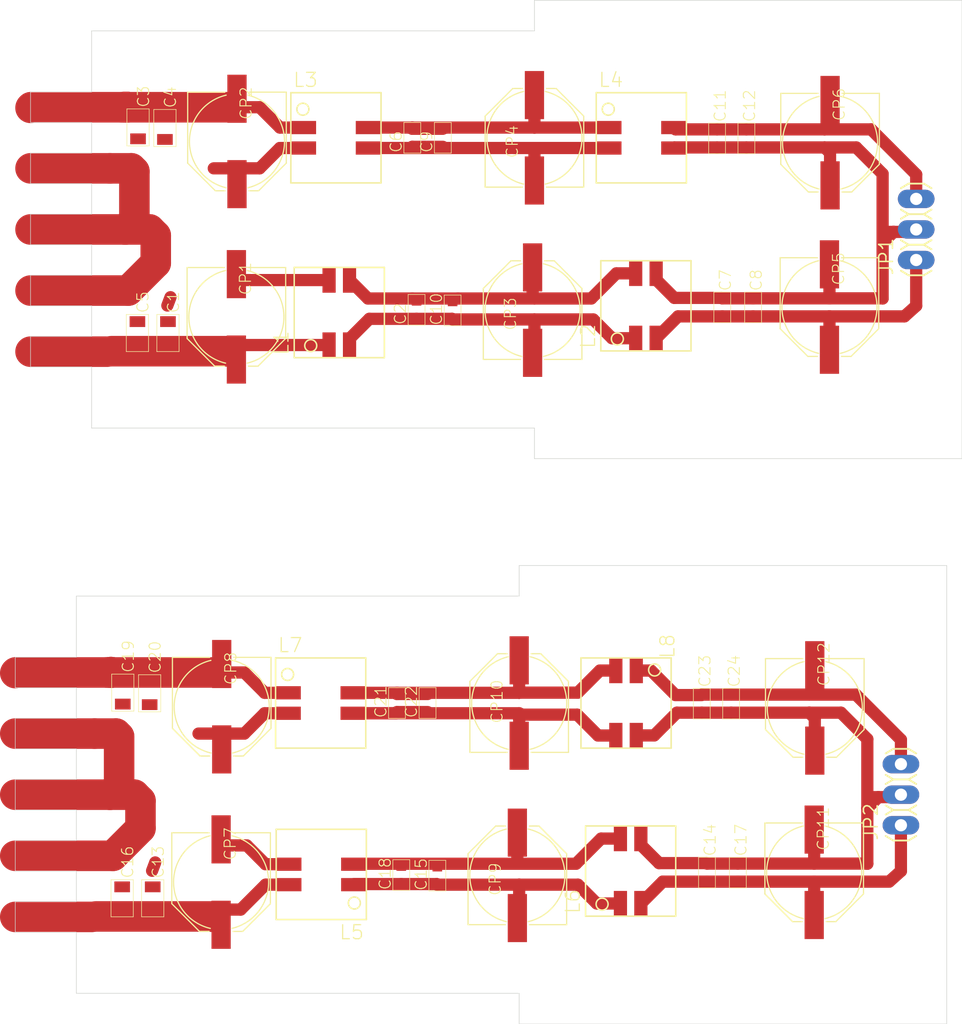
<source format=kicad_pcb>
(kicad_pcb (version 20211014) (generator pcbnew)
  (layers (0 "F.Cu" signal) (31 "B.Cu" signal) (34 "B.Paste" user) (35 "F.Paste" user) (36 "B.SilkS" user "B.Silkscreen") (37 "F.SilkS" user "F.Silkscreen") (38 "B.Mask" user) (39 "F.Mask" user) (44 "Edge.Cuts" user))
  (net 0 "")
  (net 1 "N$1")
  (net 2 "GND")
  (net 3 "V+")
  (net 4 "+15V")
  (net 5 "COM1")
  (net 6 "N$3")
  (net 7 "N$2")
  (net 8 "-15V")
  (net 9 "N$4")
  (net 10 "N$5")
  (net 11 "N$8")
  (net 12 "N$6")
  (net 13 "GND2")
  (net 14 "V+2")
  (net 15 "+15V2")
  (net 16 "COM2")
  (net 17 "N$7")
  (net 18 "N$12")
  (net 19 "-15V2")
  (net 20 "N$9")
  (footprint "FilterSupply_single_simplified_layout:C_MLCC_0603" (layer "F.Cu") (at 166.2303 120.9294 -90)
    (fp_text reference "C23")
    (fp_text value "" hide)
  )
  (footprint "FilterSupply_single_simplified_layout:MSD7342" (layer "F.Cu") (at 136.0805 88.4174 90)
    (fp_text reference "L1")
    (fp_text value "" hide)
  )
  (footprint "FilterSupply_single_simplified_layout:PANASONIC_F" (layer "F.Cu") (at 152.3111 73.8886 90)
    (fp_text reference "CP4")
    (fp_text value "")
  )
  (footprint "FilterSupply_single_simplified_layout:MSD7342" (layer "F.Cu") (at 161.2011 73.8886)
    (fp_text reference "L4")
    (fp_text value "" hide)
  )
  (footprint "FilterSupply_single_simplified_layout:C_MLCC_0603" (layer "F.Cu") (at 168.6687 120.9294 -90)
    (fp_text reference "C24")
    (fp_text value "" hide)
  )
  (footprint "FilterSupply_single_simplified_layout:C_MLCC_0603" (layer "F.Cu") (at 169.2275 134.9756 -90)
    (fp_text reference "C17")
    (fp_text value "" hide)
  )
  (footprint "FilterSupply_single_simplified_layout:MSD7342" (layer "F.Cu") (at 159.9311 120.8786 -90)
    (fp_text reference "L8")
    (fp_text value "" hide)
  )
  (footprint "FilterSupply_single_simplified_layout:MSD7342" (layer "F.Cu") (at 160.3121 134.8486 90)
    (fp_text reference "L6")
    (fp_text value "" hide)
  )
  (footprint "FilterSupply_single_simplified_layout:C_MLCC_0603" (layer "F.Cu") (at 144.2339 135.2296 90)
    (fp_text reference "C15")
    (fp_text value "" hide)
  )
  (footprint "FilterSupply_single_simplified_layout:1X03" (layer "F.Cu") (at 184.0611 81.5086 90)
    (fp_text reference "JP1")
    (fp_text value "")
  )
  (footprint "FilterSupply_single_simplified_layout:C_MLCC_0603" (layer "F.Cu") (at 140.8811 120.8786 90)
    (fp_text reference "C21")
    (fp_text value "" hide)
  )
  (footprint "FilterSupply_single_simplified_layout:PANASONIC_F" (layer "F.Cu") (at 175.6283 121.285 -90)
    (fp_text reference "CP12")
    (fp_text value "")
  )
  (footprint "FilterSupply_single_simplified_layout:C_MLCC_0805" (layer "F.Cu") (at 118.0211 137.1092 -90)
    (fp_text reference "C16")
    (fp_text value "" hide)
  )
  (footprint "" (layer "F.Cu") (at 168.8211 64.9986)
    (fp_text reference "@HOLE0" hide)
    (fp_text value "")
  )
  (footprint "FilterSupply_single_simplified_layout:PANASONIC_F" (layer "F.Cu") (at 175.5775 134.9502 -90)
    (fp_text reference "CP11")
    (fp_text value "")
  )
  (footprint "FilterSupply_single_simplified_layout:PANASONIC_F" (layer "F.Cu") (at 150.8887 135.2042 90)
    (fp_text reference "CP9")
    (fp_text value "")
  )
  (footprint "FilterSupply_single_simplified_layout:C_MLCC_0805" (layer "F.Cu") (at 121.8311 90.1192 -90)
    (fp_text reference "C1")
    (fp_text value "" hide)
  )
  (footprint "FilterSupply_single_simplified_layout:PANASONIC_F" (layer "F.Cu") (at 126.2507 135.763 -90)
    (fp_text reference "CP7")
    (fp_text value "")
  )
  (footprint "FilterSupply_single_simplified_layout:MSD7342" (layer "F.Cu") (at 134.5311 120.8786)
    (fp_text reference "L7")
    (fp_text value "" hide)
  )
  (footprint "FilterSupply_single_simplified_layout:MSD7342" (layer "F.Cu") (at 134.5819 135.128 180)
    (fp_text reference "L5")
    (fp_text value "" hide)
  )
  (footprint "FilterSupply_single_simplified_layout:C_MLCC_0805" (layer "F.Cu") (at 118.0719 120.015 -90)
    (fp_text reference "C19")
    (fp_text value "" hide)
  )
  (footprint "FilterSupply_single_simplified_layout:PANASONIC_F" (layer "F.Cu") (at 126.3015 121.1834 -90)
    (fp_text reference "CP8")
    (fp_text value "")
  )
  (footprint "FilterSupply_single_simplified_layout:C_MLCC_0805" (layer "F.Cu") (at 119.2911 90.1192 -90)
    (fp_text reference "C5")
    (fp_text value "" hide)
  )
  (footprint "FilterSupply_single_simplified_layout:PANASONIC_F" (layer "F.Cu") (at 151.0411 120.8786 90)
    (fp_text reference "CP10")
    (fp_text value "")
  )
  (footprint "FilterSupply_single_simplified_layout:C_MLCC_0805" (layer "F.Cu") (at 119.3419 73.025 -90)
    (fp_text reference "C3")
    (fp_text value "" hide)
  )
  (footprint "FilterSupply_single_simplified_layout:PANASONIC_F" (layer "F.Cu") (at 127.5715 74.1934 -90)
    (fp_text reference "CP2")
    (fp_text value "")
  )
  (footprint "FilterSupply_single_simplified_layout:C_MLCC_0603" (layer "F.Cu") (at 142.1511 73.8886 90)
    (fp_text reference "C6")
    (fp_text value "" hide)
  )
  (footprint "FilterSupply_single_simplified_layout:MSD7342" (layer "F.Cu") (at 161.5821 87.8586 90)
    (fp_text reference "L2")
    (fp_text value "" hide)
  )
  (footprint "FilterSupply_single_simplified_layout:C_MLCC_0603" (layer "F.Cu") (at 169.9387 73.9394 -90)
    (fp_text reference "C12")
    (fp_text value "" hide)
  )
  (footprint "FilterSupply_single_simplified_layout:C_MLCC_0805" (layer "F.Cu") (at 121.5771 73.0758 -90)
    (fp_text reference "C4")
    (fp_text value "" hide)
  )
  (footprint "FilterSupply_single_simplified_layout:C_MLCC_0603" (layer "F.Cu") (at 141.2367 135.1788 90)
    (fp_text reference "C18")
    (fp_text value "" hide)
  )
  (footprint "FilterSupply_single_simplified_layout:C_MLCC_0603" (layer "F.Cu") (at 167.5003 73.9394 -90)
    (fp_text reference "C11")
    (fp_text value "" hide)
  )
  (footprint "FilterSupply_single_simplified_layout:PANASONIC_F" (layer "F.Cu") (at 176.8475 87.9602 -90)
    (fp_text reference "CP5")
    (fp_text value "")
  )
  (footprint "FilterSupply_single_simplified_layout:1X03" (layer "F.Cu") (at 182.7911 128.4986 90)
    (fp_text reference "JP2")
    (fp_text value "")
  )
  (footprint "FilterSupply_single_simplified_layout:C_MLCC_0805" (layer "F.Cu") (at 120.5611 137.1092 -90)
    (fp_text reference "C13")
    (fp_text value "" hide)
  )
  (footprint "FilterSupply_single_simplified_layout:C_MLCC_0603" (layer "F.Cu") (at 166.6621 134.9756 -90)
    (fp_text reference "C14")
    (fp_text value "" hide)
  )
  (footprint "FilterSupply_single_simplified_layout:C_MLCC_0603" (layer "F.Cu") (at 142.5067 88.1888 90)
    (fp_text reference "C2")
    (fp_text value "" hide)
  )
  (footprint "" (layer "F.Cu") (at 167.5511 111.9886)
    (fp_text reference "@HOLE2" hide)
    (fp_text value "")
  )
  (footprint "FilterSupply_single_simplified_layout:C_MLCC_0805" (layer "F.Cu") (at 120.3071 120.0658 -90)
    (fp_text reference "C20")
    (fp_text value "" hide)
  )
  (footprint "FilterSupply_single_simplified_layout:MSD7342" (layer "F.Cu") (at 135.8011 73.8886)
    (fp_text reference "L3")
    (fp_text value "" hide)
  )
  (footprint "FilterSupply_single_simplified_layout:PANASONIC_F" (layer "F.Cu") (at 127.5207 88.773 -90)
    (fp_text reference "CP1")
    (fp_text value "")
  )
  (footprint "FilterSupply_single_simplified_layout:PANASONIC_F" (layer "F.Cu") (at 176.8983 74.295 -90)
    (fp_text reference "CP6")
    (fp_text value "")
  )
  (footprint "FilterSupply_single_simplified_layout:C_MLCC_0603" (layer "F.Cu") (at 170.4975 87.9856 -90)
    (fp_text reference "C8")
    (fp_text value "" hide)
  )
  (footprint "FilterSupply_single_simplified_layout:C_MLCC_0603" (layer "F.Cu") (at 144.6911 73.8886 90)
    (fp_text reference "C9")
    (fp_text value "" hide)
  )
  (footprint "" (layer "F.Cu") (at 167.5511 145.0086)
    (fp_text reference "@HOLE3" hide)
    (fp_text value "")
  )
  (footprint "" (layer "F.Cu") (at 168.8211 98.0186)
    (fp_text reference "@HOLE1" hide)
    (fp_text value "")
  )
  (footprint "FilterSupply_single_simplified_layout:C_MLCC_0603" (layer "F.Cu") (at 167.9321 87.9856 -90)
    (fp_text reference "C7")
    (fp_text value "" hide)
  )
  (footprint "FilterSupply_single_simplified_layout:C_MLCC_0603" (layer "F.Cu") (at 143.4211 120.8786 90)
    (fp_text reference "C22")
    (fp_text value "" hide)
  )
  (footprint "FilterSupply_single_simplified_layout:PANASONIC_F" (layer "F.Cu") (at 152.1587 88.2142 90)
    (fp_text reference "CP3")
    (fp_text value "")
  )
  (footprint "FilterSupply_single_simplified_layout:C_MLCC_0603" (layer "F.Cu") (at 145.5039 88.2396 90)
    (fp_text reference "C10")
    (fp_text value "" hide)
  )
  (gr_line (start 114.2111 134.8486) (end 114.2111 137.3886) (layer "Edge.Cuts") (width 0.05))
  (gr_line (start 114.2111 124.6886) (end 109.1311 124.6886) (layer "Edge.Cuts") (width 0.05))
  (gr_line (start 109.1311 129.7686) (end 114.2111 129.7686) (layer "Edge.Cuts") (width 0.05))
  (gr_line (start 115.4811 72.6186) (end 110.4011 72.6186) (layer "Edge.Cuts") (width 0.05))
  (gr_line (start 110.4011 72.6186) (end 110.4011 70.0786) (layer "Edge.Cuts") (width 0.05))
  (gr_line (start 110.4011 87.8586) (end 115.4811 87.8586) (layer "Edge.Cuts") (width 0.05))
  (gr_line (start 115.4811 90.3986) (end 110.4011 90.3986) (layer "Edge.Cuts") (width 0.05))
  (gr_line (start 109.1311 119.6086) (end 109.1311 117.0686) (layer "Edge.Cuts") (width 0.05))
  (gr_line (start 114.2111 137.3886) (end 109.1311 137.3886) (layer "Edge.Cuts") (width 0.05))
  (gr_line (start 110.4011 80.2386) (end 115.4811 80.2386) (layer "Edge.Cuts") (width 0.05))
  (gr_line (start 109.1311 127.2286) (end 114.2111 127.2286) (layer "Edge.Cuts") (width 0.05))
  (gr_line (start 115.4811 98.0186) (end 152.3111 98.0186) (layer "Edge.Cuts") (width 0.05))
  (gr_line (start 151.0411 147.5486) (end 186.6011 147.5486) (layer "Edge.Cuts") (width 0.05))
  (gr_line (start 109.1311 124.6886) (end 109.1311 122.1486) (layer "Edge.Cuts") (width 0.05))
  (gr_line (start 110.4011 85.3186) (end 110.4011 87.8586) (layer "Edge.Cuts") (width 0.05))
  (gr_line (start 152.3111 62.4586) (end 187.8711 62.4586) (layer "Edge.Cuts") (width 0.05))
  (gr_line (start 114.2111 111.9886) (end 151.0411 111.9886) (layer "Edge.Cuts") (width 0.05))
  (gr_line (start 114.2111 127.2286) (end 114.2111 124.6886) (layer "Edge.Cuts") (width 0.05))
  (gr_line (start 186.6011 147.5486) (end 186.6011 109.4486) (layer "Edge.Cuts") (width 0.05))
  (gr_line (start 110.4011 77.6986) (end 110.4011 75.1586) (layer "Edge.Cuts") (width 0.05))
  (gr_line (start 114.2111 119.6086) (end 109.1311 119.6086) (layer "Edge.Cuts") (width 0.05))
  (gr_line (start 114.2111 129.7686) (end 114.2111 132.3086) (layer "Edge.Cuts") (width 0.05))
  (gr_line (start 109.1311 137.3886) (end 109.1311 139.9286) (layer "Edge.Cuts") (width 0.05))
  (gr_line (start 114.2111 132.3086) (end 109.1311 132.3086) (layer "Edge.Cuts") (width 0.05))
  (gr_line (start 109.1311 127.2286) (end 109.1311 129.7686) (layer "Edge.Cuts") (width 0.05))
  (gr_line (start 114.2111 139.9286) (end 114.2111 145.0086) (layer "Edge.Cuts") (width 0.05))
  (gr_line (start 109.1311 139.9286) (end 114.2111 139.9286) (layer "Edge.Cuts") (width 0.05))
  (gr_line (start 115.4811 82.7786) (end 115.4811 85.3186) (layer "Edge.Cuts") (width 0.05))
  (gr_line (start 110.4011 75.1586) (end 115.4811 75.1586) (layer "Edge.Cuts") (width 0.05))
  (gr_line (start 110.4011 80.2386) (end 110.4011 82.7786) (layer "Edge.Cuts") (width 0.05))
  (gr_line (start 115.4811 75.1586) (end 115.4811 72.6186) (layer "Edge.Cuts") (width 0.05))
  (gr_line (start 115.4811 87.8586) (end 115.4811 90.3986) (layer "Edge.Cuts") (width 0.05))
  (gr_line (start 109.1311 117.0686) (end 114.2111 117.0686) (layer "Edge.Cuts") (width 0.05))
  (gr_line (start 109.1311 134.8486) (end 114.2111 134.8486) (layer "Edge.Cuts") (width 0.05))
  (gr_line (start 115.4811 77.6986) (end 110.4011 77.6986) (layer "Edge.Cuts") (width 0.05))
  (gr_line (start 152.3111 100.5586) (end 187.8711 100.5586) (layer "Edge.Cuts") (width 0.05))
  (gr_line (start 110.4011 70.0786) (end 115.4811 70.0786) (layer "Edge.Cuts") (width 0.05))
  (gr_line (start 152.3111 64.9986) (end 152.3111 62.4586) (layer "Edge.Cuts") (width 0.05))
  (gr_line (start 110.4011 92.9386) (end 115.4811 92.9386) (layer "Edge.Cuts") (width 0.05))
  (gr_line (start 114.2111 145.0086) (end 151.0411 145.0086) (layer "Edge.Cuts") (width 0.05))
  (gr_line (start 109.1311 132.3086) (end 109.1311 134.8486) (layer "Edge.Cuts") (width 0.05))
  (gr_line (start 115.4811 85.3186) (end 110.4011 85.3186) (layer "Edge.Cuts") (width 0.05))
  (gr_line (start 151.0411 109.4486) (end 186.6011 109.4486) (layer "Edge.Cuts") (width 0.05))
  (gr_line (start 114.2111 122.1486) (end 114.2111 119.6086) (layer "Edge.Cuts") (width 0.05))
  (gr_line (start 187.8711 100.5586) (end 187.8711 62.4586) (layer "Edge.Cuts") (width 0.05))
  (gr_line (start 151.0411 111.9886) (end 151.0411 109.4486) (layer "Edge.Cuts") (width 0.05))
  (gr_line (start 110.4011 90.3986) (end 110.4011 92.9386) (layer "Edge.Cuts") (width 0.05))
  (gr_line (start 115.4811 92.9386) (end 115.4811 98.0186) (layer "Edge.Cuts") (width 0.05))
  (gr_line (start 115.4811 64.9986) (end 152.3111 64.9986) (layer "Edge.Cuts") (width 0.05))
  (gr_line (start 115.4811 80.2386) (end 115.4811 77.6986) (layer "Edge.Cuts") (width 0.05))
  (gr_line (start 152.3111 98.0186) (end 152.3111 100.5586) (layer "Edge.Cuts") (width 0.05))
  (gr_line (start 115.4811 70.0786) (end 115.4811 64.9986) (layer "Edge.Cuts") (width 0.05))
  (gr_line (start 109.1311 122.1486) (end 114.2111 122.1486) (layer "Edge.Cuts") (width 0.05))
  (gr_line (start 110.4011 82.7786) (end 115.4811 82.7786) (layer "Edge.Cuts") (width 0.05))
  (gr_line (start 114.2111 117.0686) (end 114.2111 111.9886) (layer "Edge.Cuts") (width 0.05))
  (gr_line (start 151.0411 145.0086) (end 151.0411 147.5486) (layer "Edge.Cuts") (width 0.05))
  (segment (start 145.9611 87.249) (end 142.1511 87.249) (width 1.016) (layer "F.Cu") (net 1))
  (segment (start 157.0355 87.249) (end 152.3111 87.249) (width 1.016) (layer "F.Cu") (net 1))
  (segment (start 145.7445 87.249) (end 145.9611 87.249) (width 0.508) (layer "F.Cu") (net 1))
  (segment (start 142.1511 87.249) (end 138.4621 87.249) (width 1.016) (layer "F.Cu") (net 1))
  (segment (start 160.7321 85.1586) (end 159.1259 85.1586) (width 1.016) (layer "F.Cu") (net 1))
  (segment (start 152.1587 87.0966) (end 152.3111 87.249) (width 1.016) (layer "F.Cu") (net 1))
  (segment (start 142.3169 87.249) (end 142.1511 87.249) (width 0.508) (layer "F.Cu") (net 1))
  (segment (start 152.3111 87.249) (end 145.9611 87.249) (width 1.016) (layer "F.Cu") (net 1))
  (segment (start 142.5067 87.4388) (end 142.3169 87.249) (width 0.508) (layer "F.Cu") (net 1))
  (segment (start 138.4621 87.249) (end 136.9305 85.7174) (width 1.016) (layer "F.Cu") (net 1))
  (segment (start 159.1259 85.1586) (end 157.0355 87.249) (width 1.016) (layer "F.Cu") (net 1))
  (segment (start 152.1587 84.6642) (end 152.1587 87.0966) (width 1.016) (layer "F.Cu") (net 1))
  (segment (start 145.5039 87.4896) (end 145.7445 87.249) (width 0.508) (layer "F.Cu") (net 1))
  (segment (start 181.2671 82.6262) (end 182.1815 81.7118) (width 1.016) (layer "F.Cu") (net 2))
  (segment (start 182.1815 81.7118) (end 181.3179 81.7118) (width 1.016) (layer "F.Cu") (net 2))
  (segment (start 167.8947 87.1982) (end 167.9321 87.2356) (width 1.016) (layer "F.Cu") (net 2))
  (segment (start 167.5003 74.6894) (end 163.9503 74.6894) (width 1.016) (layer "F.Cu") (net 2))
  (segment (start 181.2671 76.8858) (end 181.2671 82.6262) (width 1.016) (layer "F.Cu") (net 2))
  (segment (start 163.9443 87.1982) (end 167.8947 87.1982) (width 1.016) (layer "F.Cu") (net 2))
  (segment (start 179.0707 74.6894) (end 181.2671 76.8858) (width 1.016) (layer "F.Cu") (net 2))
  (segment (start 167.9321 87.2356) (end 170.4975 87.2356) (width 1.016) (layer "F.Cu") (net 2))
  (segment (start 162.4321 85.1586) (end 162.4321 85.686) (width 1.016) (layer "F.Cu") (net 2))
  (segment (start 163.9503 74.6894) (end 163.9011 74.7386) (width 1.016) (layer "F.Cu") (net 2))
  (segment (start 170.4975 87.2356) (end 176.8475 87.2356) (width 1.016) (layer "F.Cu") (net 2))
  (segment (start 176.4411 74.6894) (end 179.0707 74.6894) (width 1.016) (layer "F.Cu") (net 2))
  (segment (start 182.1815 81.7118) (end 183.8579 81.7118) (width 1.016) (layer "F.Cu") (net 2))
  (segment (start 181.2671 87.249) (end 181.2671 82.6262) (width 1.016) (layer "F.Cu") (net 2))
  (segment (start 162.4321 85.686) (end 163.9443 87.1982) (width 1.016) (layer "F.Cu") (net 2))
  (segment (start 183.8579 81.7118) (end 184.0611 81.5086) (width 1.016) (layer "F.Cu") (net 2))
  (segment (start 176.8475 84.4102) (end 176.8475 87.2356) (width 1.016) (layer "F.Cu") (net 2))
  (segment (start 176.8983 77.845) (end 176.8983 75.1466) (width 1.016) (layer "F.Cu") (net 2))
  (segment (start 176.8983 75.1466) (end 176.4411 74.6894) (width 1.016) (layer "F.Cu") (net 2))
  (segment (start 176.8475 87.2356) (end 181.2537 87.2356) (width 1.016) (layer "F.Cu") (net 2))
  (segment (start 181.2537 87.2356) (end 181.2671 87.249) (width 1.016) (layer "F.Cu") (net 2))
  (segment (start 169.9387 74.6894) (end 176.4411 74.6894) (width 1.016) (layer "F.Cu") (net 2))
  (segment (start 167.5003 74.6894) (end 169.9387 74.6894) (width 1.016) (layer "F.Cu") (net 2))
  (segment (start 162.4321 90.5586) (end 164.2551 88.7356) (width 1.016) (layer "F.Cu") (net 3))
  (segment (start 184.0611 87.8586) (end 184.0611 84.0486) (width 1.016) (layer "F.Cu") (net 3))
  (segment (start 167.9321 88.7356) (end 170.4975 88.7356) (width 1.016) (layer "F.Cu") (net 3))
  (segment (start 164.2551 88.7356) (end 167.9321 88.7356) (width 1.016) (layer "F.Cu") (net 3))
  (segment (start 176.8475 91.5102) (end 176.8475 88.7356) (width 1.016) (layer "F.Cu") (net 3))
  (segment (start 176.8475 88.7356) (end 183.0825 88.7356) (width 1.016) (layer "F.Cu") (net 3))
  (segment (start 170.4975 88.7356) (end 176.8475 88.7356) (width 1.016) (layer "F.Cu") (net 3))
  (segment (start 183.0825 88.7356) (end 184.0611 87.8586) (width 1.016) (layer "F.Cu") (net 3))
  (segment (start 121.8311 91.0692) (end 121.7041 91.4756) (width 0.508) (layer "F.Cu") (net 4))
  (segment (start 117.131365 91.6296) (end 126.9111 91.6296) (width 2.54) (layer "F.Cu") (net 4))
  (segment (start 121.7041 91.4756) (end 121.7041 91.6296) (width 0.508) (layer "F.Cu") (net 4))
  (segment (start 119.4181 91.4756) (end 119.4181 91.6296) (width 0.508) (layer "F.Cu") (net 4))
  (segment (start 116.7511 91.6686) (end 110.4011 91.6686) (width 2.54) (layer "F.Cu") (net 4))
  (segment (start 126.9111 91.6296) (end 126.9111 91.6686) (width 2.54) (layer "F.Cu") (net 4))
  (segment (start 114.2111 91.6296) (end 116.7511 91.6686) (width 0.4064) (layer "F.Cu") (net 4))
  (segment (start 119.2911 91.0692) (end 119.4181 91.4756) (width 0.508) (layer "F.Cu") (net 4))
  (segment (start 119.4181 91.6296) (end 117.131365 91.6296) (width 1.016) (layer "F.Cu") (net 4))
  (segment (start 115.216034 91.6296) (end 114.2111 91.6296) (width 0.4064) (layer "F.Cu") (net 4))
  (segment (start 127.4191 91.6686) (end 127.5207 92.323) (width 0.508) (layer "F.Cu") (net 4))
  (segment (start 126.9111 91.6686) (end 127.4191 91.6686) (width 0.508) (layer "F.Cu") (net 4))
  (segment (start 115.216034 91.6296) (end 113.4491 91.6296) (width 1.016) (layer "F.Cu") (net 4))
  (segment (start 126.9111 91.1174) (end 126.9111 91.6296) (width 1.016) (layer "F.Cu") (net 4))
  (segment (start 117.131365 91.6296) (end 115.216034 91.6296) (width 1.016) (layer "F.Cu") (net 4))
  (segment (start 121.7041 91.6296) (end 119.4181 91.6296) (width 1.016) (layer "F.Cu") (net 4))
  (segment (start 135.2305 91.1174) (end 126.9111 91.1174) (width 1.016) (layer "F.Cu") (net 4))
  (segment (start 113.4491 91.6296) (end 113.4491 91.6686) (width 1.016) (layer "F.Cu") (net 4))
  (segment (start 119.0371 80.7466) (end 118.2751 81.5086) (width 2.54) (layer "F.Cu") (net 5))
  (segment (start 117.0051 76.4286) (end 118.7831 76.4286) (width 2.54) (layer "F.Cu") (net 5))
  (segment (start 127.5207 85.7174) (end 127.5207 85.223) (width 1.016) (layer "F.Cu") (net 5))
  (segment (start 121.7803 87.8332) (end 122.0419 87.1398) (width 1.016) (layer "F.Cu") (net 5))
  (segment (start 119.0371 76.6826) (end 119.0371 80.7466) (width 2.54) (layer "F.Cu") (net 5))
  (segment (start 129.4511 76.4286) (end 125.6411 76.4286) (width 1.016) (layer "F.Cu") (net 5))
  (segment (start 120.8151 84.3026) (end 118.5291 86.5886) (width 2.54) (layer "F.Cu") (net 5))
  (segment (start 120.8151 82.0166) (end 120.8151 84.3026) (width 2.54) (layer "F.Cu") (net 5))
  (segment (start 131.1411 74.7386) (end 129.4511 76.4286) (width 1.016) (layer "F.Cu") (net 5))
  (segment (start 118.2751 81.5086) (end 110.4011 81.5086) (width 2.54) (layer "F.Cu") (net 5))
  (segment (start 118.7831 76.4286) (end 119.0371 76.6826) (width 2.54) (layer "F.Cu") (net 5))
  (segment (start 110.4011 86.5886) (end 118.5291 86.5886) (width 2.54) (layer "F.Cu") (net 5))
  (segment (start 117.5131 76.4286) (end 117.0051 76.4286) (width 1.524) (layer "F.Cu") (net 5))
  (segment (start 120.3071 81.5086) (end 120.8151 82.0166) (width 2.54) (layer "F.Cu") (net 5))
  (segment (start 133.1011 74.7386) (end 131.1411 74.7386) (width 1.016) (layer "F.Cu") (net 5))
  (segment (start 135.2305 85.7174) (end 127.5207 85.7174) (width 1.016) (layer "F.Cu") (net 5))
  (segment (start 118.2751 81.5086) (end 120.3071 81.5086) (width 2.54) (layer "F.Cu") (net 5))
  (segment (start 117.0051 76.4286) (end 110.4011 76.4286) (width 2.54) (layer "F.Cu") (net 5))
  (segment (start 157.2013 88.9896) (end 158.7627 90.551) (width 1.016) (layer "F.Cu") (net 6))
  (segment (start 145.4531 88.9388) (end 145.5039 88.9896) (width 1.016) (layer "F.Cu") (net 6))
  (segment (start 160.7245 90.551) (end 160.7321 90.5586) (width 1.016) (layer "F.Cu") (net 6))
  (segment (start 138.5817 88.9388) (end 136.9695 90.551) (width 1.016) (layer "F.Cu") (net 6))
  (segment (start 136.9695 91.5162) (end 136.9305 91.4772) (width 1.016) (layer "F.Cu") (net 6))
  (segment (start 152.3111 91.6118) (end 152.3111 88.9896) (width 1.016) (layer "F.Cu") (net 6))
  (segment (start 152.1587 91.7642) (end 152.3111 91.6118) (width 1.016) (layer "F.Cu") (net 6))
  (segment (start 145.5039 88.9896) (end 152.3111 88.9896) (width 1.016) (layer "F.Cu") (net 6))
  (segment (start 142.5067 88.9388) (end 145.4531 88.9388) (width 1.016) (layer "F.Cu") (net 6))
  (segment (start 142.5067 88.9388) (end 138.5817 88.9388) (width 1.016) (layer "F.Cu") (net 6))
  (segment (start 136.9695 90.551) (end 136.9695 91.5162) (width 1.016) (layer "F.Cu") (net 6))
  (segment (start 136.9305 91.4772) (end 136.9305 91.1174) (width 1.016) (layer "F.Cu") (net 6))
  (segment (start 152.3111 88.9896) (end 157.2013 88.9896) (width 1.016) (layer "F.Cu") (net 6))
  (segment (start 158.7627 90.551) (end 160.7245 90.551) (width 1.016) (layer "F.Cu") (net 6))
  (segment (start 118.2751 71.3486) (end 118.0211 71.3486) (width 2.54) (layer "F.Cu") (net 7))
  (segment (start 118.212423 71.650047) (end 118.0211 71.3486) (width 0.508) (layer "F.Cu") (net 7))
  (segment (start 118.379191 71.320709) (end 118.323409 71.320709) (width 2.54) (layer "F.Cu") (net 7))
  (segment (start 118.885028 70.957334) (end 118.74024 71.01364) (width 1.016) (layer "F.Cu") (net 7))
  (segment (start 119.3419 72.075) (end 119.2047 71.8718) (width 0.508) (layer "F.Cu") (net 7))
  (segment (start 118.74024 71.01364) (end 118.611612 71.100753) (width 1.016) (layer "F.Cu") (net 7))
  (segment (start 118.674928 71.911425) (end 118.504542 71.855332) (width 0.508) (layer "F.Cu") (net 7))
  (segment (start 126.9111 71.3486) (end 127.5715 71.3486) (width 0.508) (layer "F.Cu") (net 7))
  (segment (start 118.504542 71.855332) (end 118.348373 71.767075) (width 0.508) (layer "F.Cu") (net 7))
  (segment (start 118.611612 71.100753) (end 118.4275 71.3486) (width 1.016) (layer "F.Cu") (net 7))
  (segment (start 118.323409 71.320709) (end 118.2751 71.3486) (width 2.54) (layer "F.Cu") (net 7))
  (segment (start 110.4519 71.3486) (end 110.4011 71.3994) (width 2.54) (layer "F.Cu") (net 7))
  (segment (start 129.4511 71.3486) (end 127.5715 71.3486) (width 1.016) (layer "F.Cu") (net 7))
  (segment (start 118.2751 71.3486) (end 118.4275 71.3486) (width 2.54) (layer "F.Cu") (net 7))
  (segment (start 119.2047 71.8718) (end 119.031865 71.919821) (width 0.508) (layer "F.Cu") (net 7))
  (segment (start 119.2047 71.8718) (end 119.2047 71.8718) (width 0.508) (layer "F.Cu") (net 7))
  (segment (start 119.3419 70.993) (end 119.3419 70.993) (width 1.016) (layer "F.Cu") (net 7))
  (segment (start 110.4519 71.3486) (end 110.4519 71.3486) (width 2.54) (layer "F.Cu") (net 7))
  (segment (start 133.1011 73.0386) (end 131.1411 73.0386) (width 1.016) (layer "F.Cu") (net 7))
  (segment (start 119.038715 70.934658) (end 118.885028 70.957334) (width 1.016) (layer "F.Cu") (net 7))
  (segment (start 121.0691 72.2122) (end 121.5771 72.1258) (width 0.508) (layer "F.Cu") (net 7))
  (segment (start 119.031865 71.919821) (end 118.852983 71.933201) (width 0.508) (layer "F.Cu") (net 7))
  (segment (start 118.852983 71.933201) (end 118.674928 71.911425) (width 0.508) (layer "F.Cu") (net 7))
  (segment (start 118.4275 71.3486) (end 118.379191 71.320709) (width 2.54) (layer "F.Cu") (net 7))
  (segment (start 118.348373 71.767075) (end 118.212423 71.650047) (width 0.508) (layer "F.Cu") (net 7))
  (segment (start 119.193594 70.946748) (end 119.038715 70.934658) (width 1.016) (layer "F.Cu") (net 7))
  (segment (start 118.4275 71.3486) (end 118.4275 71.3486) (width 2.54) (layer "F.Cu") (net 7))
  (segment (start 131.1411 73.0386) (end 129.4511 71.3486) (width 1.016) (layer "F.Cu") (net 7))
  (segment (start 118.4275 71.3486) (end 126.9111 71.3486) (width 2.54) (layer "F.Cu") (net 7))
  (segment (start 118.0211 71.3486) (end 110.4519 71.3486) (width 2.54) (layer "F.Cu") (net 7))
  (segment (start 119.3419 72.075) (end 119.3419 70.993) (width 1.016) (layer "F.Cu") (net 7))
  (segment (start 119.3419 70.993) (end 119.193594 70.946748) (width 1.016) (layer "F.Cu") (net 7))
  (segment (start 119.3419 70.993) (end 121.0691 72.2122) (width 0.508) (layer "F.Cu") (net 7))
  (segment (start 127.5715 71.3486) (end 127.5715 70.6434) (width 0.508) (layer "F.Cu") (net 7))
  (segment (start 142.1511 73.1386) (end 144.6911 73.1386) (width 1.016) (layer "F.Cu") (net 8))
  (segment (start 152.3111 70.3386) (end 152.3111 73.0386) (width 1.016) (layer "F.Cu") (net 8))
  (segment (start 142.1511 73.1386) (end 142.1511 73.0386) (width 1.016) (layer "F.Cu") (net 8))
  (segment (start 152.3111 73.0386) (end 158.5011 73.0386) (width 1.016) (layer "F.Cu") (net 8))
  (segment (start 142.1511 73.0386) (end 152.3111 73.0386) (width 1.016) (layer "F.Cu") (net 8))
  (segment (start 138.5011 73.0386) (end 142.1511 73.0386) (width 1.016) (layer "F.Cu") (net 8))
  (segment (start 142.1511 74.6386) (end 142.0511 74.7386) (width 1.016) (layer "F.Cu") (net 9))
  (segment (start 142.0511 74.7386) (end 138.5011 74.7386) (width 1.016) (layer "F.Cu") (net 9))
  (segment (start 152.3111 74.7386) (end 138.5011 74.7386) (width 1.016) (layer "F.Cu") (net 9))
  (segment (start 152.3111 77.4386) (end 152.3111 74.7386) (width 1.016) (layer "F.Cu") (net 9))
  (segment (start 158.5011 74.7386) (end 152.3111 74.7386) (width 1.016) (layer "F.Cu") (net 9))
  (segment (start 142.1511 74.6386) (end 144.6911 74.6386) (width 1.016) (layer "F.Cu") (net 9))
  (segment (start 169.9387 73.1894) (end 176.4411 73.1894) (width 1.016) (layer "F.Cu") (net 10))
  (segment (start 176.8983 70.745) (end 176.8983 72.7322) (width 1.016) (layer "F.Cu") (net 10))
  (segment (start 180.3139 73.1894) (end 184.0611 76.9366) (width 1.016) (layer "F.Cu") (net 10))
  (segment (start 163.9011 73.0386) (end 164.0519 73.1894) (width 1.016) (layer "F.Cu") (net 10))
  (segment (start 167.5003 73.1894) (end 169.9387 73.1894) (width 1.016) (layer "F.Cu") (net 10))
  (segment (start 164.0519 73.1894) (end 167.5003 73.1894) (width 1.016) (layer "F.Cu") (net 10))
  (segment (start 176.8983 72.7322) (end 176.4411 73.1894) (width 1.016) (layer "F.Cu") (net 10))
  (segment (start 184.0611 76.9366) (end 184.0611 78.9686) (width 1.016) (layer "F.Cu") (net 10))
  (segment (start 176.4411 73.1894) (end 180.3139 73.1894) (width 1.016) (layer "F.Cu") (net 10))
  (segment (start 141.0469 134.239) (end 140.8811 134.239) (width 0.508) (layer "F.Cu") (net 11))
  (segment (start 155.7655 134.239) (end 151.0411 134.239) (width 1.016) (layer "F.Cu") (net 11))
  (segment (start 144.4745 134.239) (end 144.6911 134.239) (width 0.508) (layer "F.Cu") (net 11))
  (segment (start 140.8811 134.239) (end 137.1921 134.239) (width 1.016) (layer "F.Cu") (net 11))
  (segment (start 144.2339 134.4796) (end 144.4745 134.239) (width 0.508) (layer "F.Cu") (net 11))
  (segment (start 150.8887 131.6542) (end 150.8887 134.0866) (width 1.016) (layer "F.Cu") (net 11))
  (segment (start 144.6911 134.239) (end 140.8811 134.239) (width 1.016) (layer "F.Cu") (net 11))
  (segment (start 159.4621 132.1486) (end 157.8559 132.1486) (width 1.016) (layer "F.Cu") (net 11))
  (segment (start 151.0411 134.239) (end 144.6911 134.239) (width 1.016) (layer "F.Cu") (net 11))
  (segment (start 157.8559 132.1486) (end 155.7655 134.239) (width 1.016) (layer "F.Cu") (net 11))
  (segment (start 150.8887 134.0866) (end 151.0411 134.239) (width 1.016) (layer "F.Cu") (net 11))
  (segment (start 141.2367 134.4288) (end 141.0469 134.239) (width 0.508) (layer "F.Cu") (net 11))
  (segment (start 168.6687 121.6794) (end 175.1711 121.6794) (width 1.016) (layer "F.Cu") (net 12))
  (segment (start 166.2303 121.6794) (end 164.1595 121.6794) (width 1.016) (layer "F.Cu") (net 12))
  (segment (start 180.9115 128.7018) (end 180.0479 128.7018) (width 1.016) (layer "F.Cu") (net 12))
  (segment (start 166.2303 121.6794) (end 168.6687 121.6794) (width 1.016) (layer "F.Cu") (net 12))
  (segment (start 160.7887 123.571) (end 160.7811 123.5786) (width 1.016) (layer "F.Cu") (net 12))
  (segment (start 179.9971 123.8758) (end 179.9971 129.6162) (width 1.016) (layer "F.Cu") (net 12))
  (segment (start 175.6283 122.1366) (end 175.1711 121.6794) (width 1.016) (layer "F.Cu") (net 12))
  (segment (start 162.6743 134.1882) (end 166.6247 134.1882) (width 1.016) (layer "F.Cu") (net 12))
  (segment (start 182.5879 128.7018) (end 182.7911 128.4986) (width 1.016) (layer "F.Cu") (net 12))
  (segment (start 175.5775 131.4002) (end 175.5775 134.2256) (width 1.016) (layer "F.Cu") (net 12))
  (segment (start 177.8007 121.6794) (end 179.9971 123.8758) (width 1.016) (layer "F.Cu") (net 12))
  (segment (start 164.1595 121.6794) (end 162.2679 123.571) (width 1.016) (layer "F.Cu") (net 12))
  (segment (start 180.9115 128.7018) (end 182.5879 128.7018) (width 1.016) (layer "F.Cu") (net 12))
  (segment (start 175.5775 134.2256) (end 179.9837 134.2256) (width 1.016) (layer "F.Cu") (net 12))
  (segment (start 169.2275 134.2256) (end 175.5775 134.2256) (width 1.016) (layer "F.Cu") (net 12))
  (segment (start 161.1621 132.1486) (end 161.1621 132.676) (width 1.016) (layer "F.Cu") (net 12))
  (segment (start 162.2679 123.571) (end 160.7887 123.571) (width 1.016) (layer "F.Cu") (net 12))
  (segment (start 166.6621 134.2256) (end 169.2275 134.2256) (width 1.016) (layer "F.Cu") (net 12))
  (segment (start 161.1621 132.676) (end 162.6743 134.1882) (width 1.016) (layer "F.Cu") (net 12))
  (segment (start 175.6283 124.835) (end 175.6283 122.1366) (width 1.016) (layer "F.Cu") (net 12))
  (segment (start 175.1711 121.6794) (end 177.8007 121.6794) (width 1.016) (layer "F.Cu") (net 12))
  (segment (start 166.6247 134.1882) (end 166.6621 134.2256) (width 1.016) (layer "F.Cu") (net 12))
  (segment (start 179.9971 129.6162) (end 180.9115 128.7018) (width 1.016) (layer "F.Cu") (net 12))
  (segment (start 179.9837 134.2256) (end 179.9971 134.239) (width 1.016) (layer "F.Cu") (net 12))
  (segment (start 179.9971 134.239) (end 179.9971 129.6162) (width 1.016) (layer "F.Cu") (net 12))
  (segment (start 169.2275 135.7256) (end 175.5775 135.7256) (width 1.016) (layer "F.Cu") (net 13))
  (segment (start 162.9851 135.7256) (end 166.6621 135.7256) (width 1.016) (layer "F.Cu") (net 13))
  (segment (start 182.7911 134.8486) (end 182.7911 131.0386) (width 1.016) (layer "F.Cu") (net 13))
  (segment (start 175.5775 135.7256) (end 181.8125 135.7256) (width 1.016) (layer "F.Cu") (net 13))
  (segment (start 175.5775 138.5002) (end 175.5775 135.7256) (width 1.016) (layer "F.Cu") (net 13))
  (segment (start 161.1621 137.5486) (end 162.9851 135.7256) (width 1.016) (layer "F.Cu") (net 13))
  (segment (start 181.8125 135.7256) (end 182.7911 134.8486) (width 1.016) (layer "F.Cu") (net 13))
  (segment (start 166.6621 135.7256) (end 169.2275 135.7256) (width 1.016) (layer "F.Cu") (net 13))
  (segment (start 113.946034 138.6196) (end 112.9411 138.6196) (width 0.4064) (layer "F.Cu") (net 14))
  (segment (start 125.6411 138.6586) (end 126.1491 138.6586) (width 0.508) (layer "F.Cu") (net 14))
  (segment (start 120.4341 138.4656) (end 120.4341 138.6196) (width 0.508) (layer "F.Cu") (net 14))
  (segment (start 115.4811 138.6586) (end 109.1311 138.6586) (width 2.54) (layer "F.Cu") (net 14))
  (segment (start 115.861365 138.6196) (end 125.6411 138.6196) (width 2.54) (layer "F.Cu") (net 14))
  (segment (start 127.8763 138.049) (end 126.0983 138.049) (width 1.016) (layer "F.Cu") (net 14))
  (segment (start 118.0211 138.0592) (end 118.1481 138.4656) (width 0.508) (layer "F.Cu") (net 14))
  (segment (start 131.8819 135.978) (end 129.9473 135.978) (width 1.016) (layer "F.Cu") (net 14))
  (segment (start 126.0983 138.049) (end 126.0983 139.1606) (width 1.016) (layer "F.Cu") (net 14))
  (segment (start 125.6411 138.6196) (end 125.6411 138.6586) (width 2.54) (layer "F.Cu") (net 14))
  (segment (start 129.9473 135.978) (end 127.8763 138.049) (width 1.016) (layer "F.Cu") (net 14))
  (segment (start 118.1481 138.6196) (end 115.861365 138.6196) (width 1.016) (layer "F.Cu") (net 14))
  (segment (start 113.946034 138.6196) (end 112.1791 138.6196) (width 1.016) (layer "F.Cu") (net 14))
  (segment (start 118.1481 138.4656) (end 118.1481 138.6196) (width 0.508) (layer "F.Cu") (net 14))
  (segment (start 112.1791 138.6196) (end 112.1791 138.6586) (width 1.016) (layer "F.Cu") (net 14))
  (segment (start 126.0983 139.1606) (end 126.2507 139.313) (width 1.016) (layer "F.Cu") (net 14))
  (segment (start 120.5611 138.0592) (end 120.4341 138.4656) (width 0.508) (layer "F.Cu") (net 14))
  (segment (start 126.1491 138.6586) (end 126.2507 139.313) (width 0.508) (layer "F.Cu") (net 14))
  (segment (start 112.9411 138.6196) (end 115.4811 138.6586) (width 0.4064) (layer "F.Cu") (net 14))
  (segment (start 120.4341 138.6196) (end 118.1481 138.6196) (width 1.016) (layer "F.Cu") (net 14))
  (segment (start 125.6411 138.1074) (end 125.6411 138.6196) (width 1.016) (layer "F.Cu") (net 14))
  (segment (start 115.861365 138.6196) (end 113.946034 138.6196) (width 1.016) (layer "F.Cu") (net 14))
  (segment (start 109.1311 133.5786) (end 117.2591 133.5786) (width 2.54) (layer "F.Cu") (net 15))
  (segment (start 117.7671 127.7366) (end 117.0051 128.4986) (width 2.54) (layer "F.Cu") (net 15))
  (segment (start 120.5103 134.8232) (end 120.7719 134.1298) (width 1.016) (layer "F.Cu") (net 15))
  (segment (start 119.5451 131.2926) (end 117.2591 133.5786) (width 2.54) (layer "F.Cu") (net 15))
  (segment (start 119.0371 128.4986) (end 119.5451 129.0066) (width 2.54) (layer "F.Cu") (net 15))
  (segment (start 117.0051 128.4986) (end 109.1311 128.4986) (width 2.54) (layer "F.Cu") (net 15))
  (segment (start 116.2431 123.4186) (end 115.7351 123.4186) (width 1.524) (layer "F.Cu") (net 15))
  (segment (start 115.7351 123.4186) (end 109.1311 123.4186) (width 2.54) (layer "F.Cu") (net 15))
  (segment (start 131.8311 121.7286) (end 129.8711 121.7286) (width 1.016) (layer "F.Cu") (net 15))
  (segment (start 129.8711 121.7286) (end 128.1811 123.4186) (width 1.016) (layer "F.Cu") (net 15))
  (segment (start 117.0051 128.4986) (end 119.0371 128.4986) (width 2.54) (layer "F.Cu") (net 15))
  (segment (start 126.2507 132.7074) (end 126.2507 132.213) (width 1.016) (layer "F.Cu") (net 15))
  (segment (start 129.9473 134.278) (end 128.3843 132.715) (width 1.016) (layer "F.Cu") (net 15))
  (segment (start 119.5451 129.0066) (end 119.5451 131.2926) (width 2.54) (layer "F.Cu") (net 15))
  (segment (start 117.5131 123.4186) (end 117.7671 123.6726) (width 2.54) (layer "F.Cu") (net 15))
  (segment (start 117.7671 123.6726) (end 117.7671 127.7366) (width 2.54) (layer "F.Cu") (net 15))
  (segment (start 128.1811 123.4186) (end 124.3711 123.4186) (width 1.016) (layer "F.Cu") (net 15))
  (segment (start 131.8819 134.278) (end 129.9473 134.278) (width 1.016) (layer "F.Cu") (net 15))
  (segment (start 128.3843 132.715) (end 126.7527 132.715) (width 1.016) (layer "F.Cu") (net 15))
  (segment (start 126.7527 132.715) (end 126.2507 132.213) (width 1.016) (layer "F.Cu") (net 15))
  (segment (start 115.7351 123.4186) (end 117.5131 123.4186) (width 2.54) (layer "F.Cu") (net 15))
  (segment (start 157.4927 137.541) (end 159.4545 137.541) (width 1.016) (layer "F.Cu") (net 16))
  (segment (start 141.2367 135.9288) (end 144.1831 135.9288) (width 1.016) (layer "F.Cu") (net 16))
  (segment (start 151.0411 135.9796) (end 155.9313 135.9796) (width 1.016) (layer "F.Cu") (net 16))
  (segment (start 144.1831 135.9288) (end 144.2339 135.9796) (width 1.016) (layer "F.Cu") (net 16))
  (segment (start 155.9313 135.9796) (end 157.4927 137.541) (width 1.016) (layer "F.Cu") (net 16))
  (segment (start 144.2339 135.9796) (end 151.0411 135.9796) (width 1.016) (layer "F.Cu") (net 16))
  (segment (start 141.2367 135.9288) (end 137.3117 135.9288) (width 1.016) (layer "F.Cu") (net 16))
  (segment (start 159.4545 137.541) (end 159.4621 137.5486) (width 1.016) (layer "F.Cu") (net 16))
  (segment (start 150.8887 138.7542) (end 151.0411 138.6018) (width 1.016) (layer "F.Cu") (net 16))
  (segment (start 151.0411 138.6018) (end 151.0411 135.9796) (width 1.016) (layer "F.Cu") (net 16))
  (segment (start 118.0719 119.065) (end 117.9347 118.8618) (width 0.508) (layer "F.Cu") (net 17))
  (segment (start 117.761865 118.909821) (end 117.582983 118.923201) (width 0.508) (layer "F.Cu") (net 17))
  (segment (start 129.8711 120.0286) (end 128.1811 118.3386) (width 1.016) (layer "F.Cu") (net 17))
  (segment (start 117.1575 118.3386) (end 117.1575 118.3386) (width 2.54) (layer "F.Cu") (net 17))
  (segment (start 109.1819 118.3386) (end 109.1819 118.3386) (width 2.54) (layer "F.Cu") (net 17))
  (segment (start 116.942423 118.640047) (end 116.7511 118.3386) (width 0.508) (layer "F.Cu") (net 17))
  (segment (start 109.1819 118.3386) (end 109.1311 118.3894) (width 2.54) (layer "F.Cu") (net 17))
  (segment (start 118.0719 117.983) (end 119.7991 119.2022) (width 0.508) (layer "F.Cu") (net 17))
  (segment (start 116.7511 118.3386) (end 109.1819 118.3386) (width 2.54) (layer "F.Cu") (net 17))
  (segment (start 125.6411 118.3386) (end 126.3015 118.3386) (width 0.508) (layer "F.Cu") (net 17))
  (segment (start 117.0051 118.3386) (end 117.1575 118.3386) (width 2.54) (layer "F.Cu") (net 17))
  (segment (start 128.1811 118.3386) (end 126.3015 118.3386) (width 1.016) (layer "F.Cu") (net 17))
  (segment (start 117.1575 118.3386) (end 125.6411 118.3386) (width 2.54) (layer "F.Cu") (net 17))
  (segment (start 117.0051 118.3386) (end 116.7511 118.3386) (width 2.54) (layer "F.Cu") (net 17))
  (segment (start 117.9347 118.8618) (end 117.9347 118.8618) (width 0.508) (layer "F.Cu") (net 17))
  (segment (start 126.3015 118.3386) (end 126.3015 117.6334) (width 0.508) (layer "F.Cu") (net 17))
  (segment (start 119.7991 119.2022) (end 120.3071 119.1158) (width 0.508) (layer "F.Cu") (net 17))
  (segment (start 118.0719 117.983) (end 117.923594 117.936748) (width 1.016) (layer "F.Cu") (net 17))
  (segment (start 117.768715 117.924658) (end 117.615028 117.947334) (width 1.016) (layer "F.Cu") (net 17))
  (segment (start 117.341612 118.090753) (end 117.1575 118.3386) (width 1.016) (layer "F.Cu") (net 17))
  (segment (start 117.582983 118.923201) (end 117.404928 118.901425) (width 0.508) (layer "F.Cu") (net 17))
  (segment (start 118.0719 117.983) (end 118.0719 117.983) (width 1.016) (layer "F.Cu") (net 17))
  (segment (start 117.47024 118.00364) (end 117.341612 118.090753) (width 1.016) (layer "F.Cu") (net 17))
  (segment (start 118.0719 119.065) (end 118.0719 117.983) (width 1.016) (layer "F.Cu") (net 17))
  (segment (start 117.109191 118.310709) (end 117.053409 118.310709) (width 2.54) (layer "F.Cu") (net 17))
  (segment (start 117.078373 118.757075) (end 116.942423 118.640047) (width 0.508) (layer "F.Cu") (net 17))
  (segment (start 117.1575 118.3386) (end 117.109191 118.310709) (width 2.54) (layer "F.Cu") (net 17))
  (segment (start 117.053409 118.310709) (end 117.0051 118.3386) (width 2.54) (layer "F.Cu") (net 17))
  (segment (start 131.8311 120.0286) (end 129.8711 120.0286) (width 1.016) (layer "F.Cu") (net 17))
  (segment (start 117.234542 118.845332) (end 117.078373 118.757075) (width 0.508) (layer "F.Cu") (net 17))
  (segment (start 117.615028 117.947334) (end 117.47024 118.00364) (width 1.016) (layer "F.Cu") (net 17))
  (segment (start 117.404928 118.901425) (end 117.234542 118.845332) (width 0.508) (layer "F.Cu") (net 17))
  (segment (start 117.923594 117.936748) (end 117.768715 117.924658) (width 1.016) (layer "F.Cu") (net 17))
  (segment (start 117.9347 118.8618) (end 117.761865 118.909821) (width 0.508) (layer "F.Cu") (net 17))
  (segment (start 157.7543 118.1786) (end 155.9179 120.015) (width 1.016) (layer "F.Cu") (net 18))
  (segment (start 151.0411 117.3286) (end 151.0411 120.0286) (width 1.016) (layer "F.Cu") (net 18))
  (segment (start 159.0811 118.1786) (end 157.7543 118.1786) (width 1.016) (layer "F.Cu") (net 18))
  (segment (start 155.9179 120.015) (end 151.0547 120.015) (width 1.016) (layer "F.Cu") (net 18))
  (segment (start 140.8811 120.1286) (end 143.4211 120.1286) (width 1.016) (layer "F.Cu") (net 18))
  (segment (start 140.8811 120.1286) (end 140.8811 120.0286) (width 1.016) (layer "F.Cu") (net 18))
  (segment (start 140.8811 120.0286) (end 151.0411 120.0286) (width 1.016) (layer "F.Cu") (net 18))
  (segment (start 137.2311 120.0286) (end 140.8811 120.0286) (width 1.016) (layer "F.Cu") (net 18))
  (segment (start 151.0547 120.015) (end 151.0411 120.0286) (width 1.016) (layer "F.Cu") (net 18))
  (segment (start 155.8671 121.8438) (end 151.3459 121.8438) (width 1.016) (layer "F.Cu") (net 19))
  (segment (start 140.7811 121.7286) (end 137.2311 121.7286) (width 1.016) (layer "F.Cu") (net 19))
  (segment (start 151.0411 122.1486) (end 151.0411 121.7286) (width 1.016) (layer "F.Cu") (net 19))
  (segment (start 159.0811 123.5786) (end 157.6019 123.5786) (width 1.016) (layer "F.Cu") (net 19))
  (segment (start 140.8811 121.6286) (end 143.4211 121.6286) (width 1.016) (layer "F.Cu") (net 19))
  (segment (start 157.6019 123.5786) (end 155.8671 121.8438) (width 1.016) (layer "F.Cu") (net 19))
  (segment (start 151.0411 124.4286) (end 151.0411 122.1486) (width 1.016) (layer "F.Cu") (net 19))
  (segment (start 140.8811 121.6286) (end 140.7811 121.7286) (width 1.016) (layer "F.Cu") (net 19))
  (segment (start 151.0411 121.7286) (end 137.2311 121.7286) (width 1.016) (layer "F.Cu") (net 19))
  (segment (start 151.3459 121.8438) (end 151.0411 122.1486) (width 1.016) (layer "F.Cu") (net 19))
  (segment (start 182.7911 123.9266) (end 182.7911 125.9586) (width 1.016) (layer "F.Cu") (net 20))
  (segment (start 166.2303 120.1794) (end 168.6687 120.1794) (width 1.016) (layer "F.Cu") (net 20))
  (segment (start 160.7811 118.1786) (end 162.0063 118.1786) (width 1.016) (layer "F.Cu") (net 20))
  (segment (start 175.1711 120.1794) (end 179.0439 120.1794) (width 1.016) (layer "F.Cu") (net 20))
  (segment (start 166.1915 120.2182) (end 166.2303 120.1794) (width 1.016) (layer "F.Cu") (net 20))
  (segment (start 164.0459 120.2182) (end 166.1915 120.2182) (width 1.016) (layer "F.Cu") (net 20))
  (segment (start 168.6687 120.1794) (end 175.1711 120.1794) (width 1.016) (layer "F.Cu") (net 20))
  (segment (start 179.0439 120.1794) (end 182.7911 123.9266) (width 1.016) (layer "F.Cu") (net 20))
  (segment (start 175.6283 117.735) (end 175.6283 119.7222) (width 1.016) (layer "F.Cu") (net 20))
  (segment (start 175.6283 119.7222) (end 175.1711 120.1794) (width 1.016) (layer "F.Cu") (net 20))
  (segment (start 162.0063 118.1786) (end 164.0459 120.2182) (width 1.016) (layer "F.Cu") (net 20))
)
</source>
